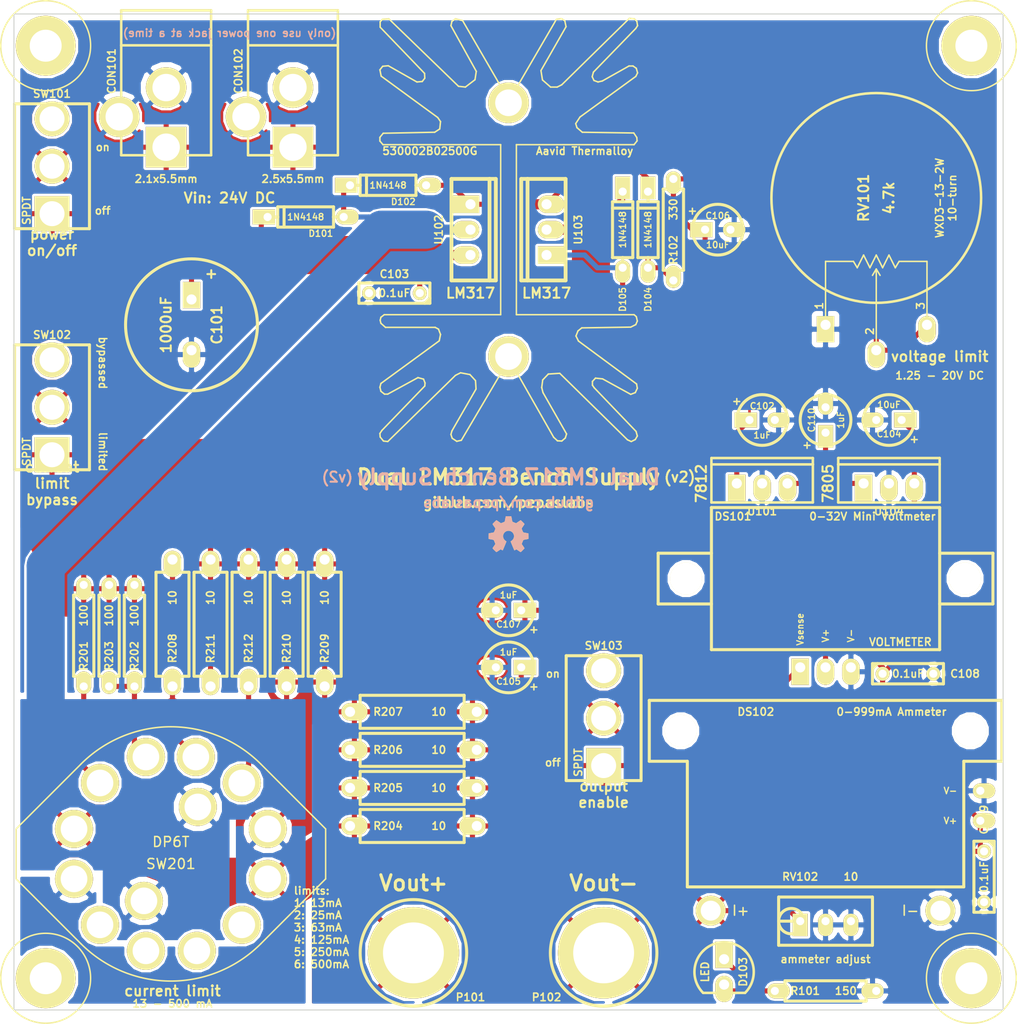
<source format=kicad_pcb>
(kicad_pcb (version 20171130) (host pcbnew "(5.1.12)-1")
  (layers (0 F.Cu signal) (31 B.Cu signal) (34 B.Paste user) (35 F.Paste user) (36 B.SilkS user) (37 F.SilkS user) (38 B.Mask user) (39 F.Mask user) (44 Edge.Cuts user))
  (net 0 "")
  (net 1 /current_limit_r/R_LIM+)
  (net 2 /current_limit_r/R_LIM-)
  (net 3 12V)
  (net 4 5V)
  (net 5 GND)
  (net 6 N-0000010)
  (net 7 N-0000014)
  (net 8 N-0000015)
  (net 9 N-0000017)
  (net 10 N-0000018)
  (net 11 N-0000020)
  (net 12 N-0000021)
  (net 13 N-0000022)
  (net 14 N-0000023)
  (net 15 N-0000024)
  (net 16 N-0000029)
  (net 17 N-0000030)
  (net 18 N-000006)
  (net 19 N-000007)
  (module TO-220_V_069B (layer F.Cu) (at 189.865 139.065 90)
    (fp_text reference U103 (at 2.54 3.175 90) (layer F.SilkS) (effects (font (size 0.762 0.762) (thickness 0.1524))))
    (fp_text value LM317 (at -3.81 0 180) (layer F.SilkS) (effects (font (size 1.016 1.016) (thickness 0.2032))))
    (pad 1 thru_hole rect (at 0 0 180) (size 2.6289 1.7526) (drill 1.016 (offset -0.43815 0)) (layers *.Cu *.Mask F.SilkS) (net 19 N-000007))
    (pad 2 thru_hole oval (at 2.54 0 180) (size 2.6289 1.7526) (drill 1.016 (offset -0.43815 0)) (layers *.Cu *.Mask F.SilkS) (net 18 N-000006))
    (pad 3 thru_hole oval (at 5.08 0 180) (size 2.6289 1.7526) (drill 1.016 (offset -0.43815 0)) (layers *.Cu *.Mask F.SilkS) (net 2 /current_limit_r/R_LIM-))
  )
  (module TO-220_V_069B (layer F.Cu) (at 182.245 133.985 270)
    (fp_text reference U102 (at 2.54 3.175 270) (layer F.SilkS) (effects (font (size 0.762 0.762) (thickness 0.1524))))
    (fp_text value LM317 (at 8.89 0) (layer F.SilkS) (effects (font (size 1.016 1.016) (thickness 0.2032))))
    (pad 1 thru_hole rect (at 0 0) (size 2.6289 1.7526) (drill 1.016 (offset -0.43815 0)) (layers *.Cu *.Mask F.SilkS) (net 2 /current_limit_r/R_LIM-))
    (pad 2 thru_hole oval (at 2.54 0) (size 2.6289 1.7526) (drill 1.016 (offset -0.43815 0)) (layers *.Cu *.Mask F.SilkS) (net 1 /current_limit_r/R_LIM+))
    (pad 3 thru_hole oval (at 5.08 0) (size 2.6289 1.7526) (drill 1.016 (offset -0.43815 0)) (layers *.Cu *.Mask F.SilkS) (net 10 N-0000018))
  )
  (module R_AXIAL_0W25 (layer F.Cu) (at 212.725 212.725)
    (fp_text reference R101 (at 3.048 0) (layer F.SilkS) (effects (font (size 0.762 0.762) (thickness 0.1524))))
    (fp_text value 150 (at 7.112 0) (layer F.SilkS) (effects (font (size 0.762 0.762) (thickness 0.1524))))
    (pad 1 thru_hole oval (at 0 0) (size 2.2479 1.4986) (drill 0.8128 (offset 0.37465 0)) (layers *.Cu *.Mask F.SilkS) (net 8 N-0000015))
    (pad 2 thru_hole oval (at 10.16 0) (size 2.2479 1.4986) (drill 0.8128 (offset -0.37465 0)) (layers *.Cu *.Mask F.SilkS) (net 5 GND))
  )
  (module R_AXIAL_0W25 (layer F.Cu) (at 202.565 141.605 90)
    (fp_text reference R102 (at 3.048 0 90) (layer F.SilkS) (effects (font (size 0.762 0.762) (thickness 0.1524))))
    (fp_text value 330 (at 7.112 0 90) (layer F.SilkS) (effects (font (size 0.762 0.762) (thickness 0.1524))))
    (pad 1 thru_hole oval (at 0 0 90) (size 2.2479 1.4986) (drill 0.8128 (offset 0.37465 0)) (layers *.Cu *.Mask F.SilkS) (net 18 N-000006))
    (pad 2 thru_hole oval (at 10.16 0 90) (size 2.2479 1.4986) (drill 0.8128 (offset -0.37465 0)) (layers *.Cu *.Mask F.SilkS) (net 19 N-000007))
  )
  (module R_AXIAL_0W5 (layer F.Cu) (at 152.4 182.245 90)
    (fp_text reference R208 (at 3.81 0 90) (layer F.SilkS) (effects (font (size 0.762 0.762) (thickness 0.1524))))
    (fp_text value 10 (at 8.89 0 90) (layer F.SilkS) (effects (font (size 0.762 0.762) (thickness 0.1524))))
    (pad 1 thru_hole oval (at 0 0 90) (size 2.6289 1.7526) (drill 1.016 (offset 0.43815 0)) (layers *.Cu *.Mask F.SilkS) (net 15 N-0000024))
    (pad 2 thru_hole oval (at 12.7 0 90) (size 2.6289 1.7526) (drill 1.016 (offset -0.43815 0)) (layers *.Cu *.Mask F.SilkS) (net 13 N-0000022))
  )
  (module R_AXIAL_0W5 (layer F.Cu) (at 156.21 182.245 90)
    (fp_text reference R211 (at 3.81 0 90) (layer F.SilkS) (effects (font (size 0.762 0.762) (thickness 0.1524))))
    (fp_text value 10 (at 8.89 0 90) (layer F.SilkS) (effects (font (size 0.762 0.762) (thickness 0.1524))))
    (pad 1 thru_hole oval (at 0 0 90) (size 2.6289 1.7526) (drill 1.016 (offset 0.43815 0)) (layers *.Cu *.Mask F.SilkS) (net 13 N-0000022))
    (pad 2 thru_hole oval (at 12.7 0 90) (size 2.6289 1.7526) (drill 1.016 (offset -0.43815 0)) (layers *.Cu *.Mask F.SilkS) (net 2 /current_limit_r/R_LIM-))
  )
  (module R_AXIAL_0W5 (layer F.Cu) (at 160.02 182.245 90)
    (fp_text reference R212 (at 3.81 0 90) (layer F.SilkS) (effects (font (size 0.762 0.762) (thickness 0.1524))))
    (fp_text value 10 (at 8.89 0 90) (layer F.SilkS) (effects (font (size 0.762 0.762) (thickness 0.1524))))
    (pad 1 thru_hole oval (at 0 0 90) (size 2.6289 1.7526) (drill 1.016 (offset 0.43815 0)) (layers *.Cu *.Mask F.SilkS) (net 14 N-0000023))
    (pad 2 thru_hole oval (at 12.7 0 90) (size 2.6289 1.7526) (drill 1.016 (offset -0.43815 0)) (layers *.Cu *.Mask F.SilkS) (net 2 /current_limit_r/R_LIM-))
  )
  (module R_AXIAL_0W5 (layer F.Cu) (at 167.64 182.245 90)
    (fp_text reference R209 (at 3.81 0 90) (layer F.SilkS) (effects (font (size 0.762 0.762) (thickness 0.1524))))
    (fp_text value 10 (at 8.89 0 90) (layer F.SilkS) (effects (font (size 0.762 0.762) (thickness 0.1524))))
    (pad 1 thru_hole oval (at 0 0 90) (size 2.6289 1.7526) (drill 1.016 (offset 0.43815 0)) (layers *.Cu *.Mask F.SilkS) (net 11 N-0000020))
    (pad 2 thru_hole oval (at 12.7 0 90) (size 2.6289 1.7526) (drill 1.016 (offset -0.43815 0)) (layers *.Cu *.Mask F.SilkS) (net 2 /current_limit_r/R_LIM-))
  )
  (module R_AXIAL_0W5 (layer F.Cu) (at 163.83 182.245 90)
    (fp_text reference R210 (at 3.81 0 90) (layer F.SilkS) (effects (font (size 0.762 0.762) (thickness 0.1524))))
    (fp_text value 10 (at 8.89 0 90) (layer F.SilkS) (effects (font (size 0.762 0.762) (thickness 0.1524))))
    (pad 1 thru_hole oval (at 0 0 90) (size 2.6289 1.7526) (drill 1.016 (offset 0.43815 0)) (layers *.Cu *.Mask F.SilkS) (net 11 N-0000020))
    (pad 2 thru_hole oval (at 12.7 0 90) (size 2.6289 1.7526) (drill 1.016 (offset -0.43815 0)) (layers *.Cu *.Mask F.SilkS) (net 2 /current_limit_r/R_LIM-))
  )
  (module R_AXIAL_0W5 (layer F.Cu) (at 170.18 196.215)
    (fp_text reference R204 (at 3.81 0) (layer F.SilkS) (effects (font (size 0.762 0.762) (thickness 0.1524))))
    (fp_text value 10 (at 8.89 0) (layer F.SilkS) (effects (font (size 0.762 0.762) (thickness 0.1524))))
    (pad 1 thru_hole oval (at 0 0) (size 2.6289 1.7526) (drill 1.016 (offset 0.43815 0)) (layers *.Cu *.Mask F.SilkS) (net 12 N-0000021))
    (pad 2 thru_hole oval (at 12.7 0) (size 2.6289 1.7526) (drill 1.016 (offset -0.43815 0)) (layers *.Cu *.Mask F.SilkS) (net 2 /current_limit_r/R_LIM-))
  )
  (module R_AXIAL_0W5 (layer F.Cu) (at 170.18 192.405)
    (fp_text reference R205 (at 3.81 0) (layer F.SilkS) (effects (font (size 0.762 0.762) (thickness 0.1524))))
    (fp_text value 10 (at 8.89 0) (layer F.SilkS) (effects (font (size 0.762 0.762) (thickness 0.1524))))
    (pad 1 thru_hole oval (at 0 0) (size 2.6289 1.7526) (drill 1.016 (offset 0.43815 0)) (layers *.Cu *.Mask F.SilkS) (net 12 N-0000021))
    (pad 2 thru_hole oval (at 12.7 0) (size 2.6289 1.7526) (drill 1.016 (offset -0.43815 0)) (layers *.Cu *.Mask F.SilkS) (net 2 /current_limit_r/R_LIM-))
  )
  (module R_AXIAL_0W5 (layer F.Cu) (at 170.18 188.595)
    (fp_text reference R206 (at 3.81 0) (layer F.SilkS) (effects (font (size 0.762 0.762) (thickness 0.1524))))
    (fp_text value 10 (at 8.89 0) (layer F.SilkS) (effects (font (size 0.762 0.762) (thickness 0.1524))))
    (pad 1 thru_hole oval (at 0 0) (size 2.6289 1.7526) (drill 1.016 (offset 0.43815 0)) (layers *.Cu *.Mask F.SilkS) (net 12 N-0000021))
    (pad 2 thru_hole oval (at 12.7 0) (size 2.6289 1.7526) (drill 1.016 (offset -0.43815 0)) (layers *.Cu *.Mask F.SilkS) (net 2 /current_limit_r/R_LIM-))
  )
  (module R_AXIAL_0W5 (layer F.Cu) (at 170.18 184.785)
    (fp_text reference R207 (at 3.81 0) (layer F.SilkS) (effects (font (size 0.762 0.762) (thickness 0.1524))))
    (fp_text value 10 (at 8.89 0) (layer F.SilkS) (effects (font (size 0.762 0.762) (thickness 0.1524))))
    (pad 1 thru_hole oval (at 0 0) (size 2.6289 1.7526) (drill 1.016 (offset 0.43815 0)) (layers *.Cu *.Mask F.SilkS) (net 12 N-0000021))
    (pad 2 thru_hole oval (at 12.7 0) (size 2.6289 1.7526) (drill 1.016 (offset -0.43815 0)) (layers *.Cu *.Mask F.SilkS) (net 2 /current_limit_r/R_LIM-))
  )
  (module R_AXIAL_0W25 (layer F.Cu) (at 143.51 182.245 90)
    (fp_text reference R201 (at 3.048 0 90) (layer F.SilkS) (effects (font (size 0.762 0.762) (thickness 0.1524))))
    (fp_text value 100 (at 7.112 0 90) (layer F.SilkS) (effects (font (size 0.762 0.762) (thickness 0.1524))))
    (pad 1 thru_hole oval (at 0 0 90) (size 2.2479 1.4986) (drill 0.8128 (offset 0.37465 0)) (layers *.Cu *.Mask F.SilkS) (net 16 N-0000029))
    (pad 2 thru_hole oval (at 10.16 0 90) (size 2.2479 1.4986) (drill 0.8128 (offset -0.37465 0)) (layers *.Cu *.Mask F.SilkS) (net 2 /current_limit_r/R_LIM-))
  )
  (module R_AXIAL_0W25 (layer F.Cu) (at 148.59 182.245 90)
    (fp_text reference R202 (at 3.048 0 90) (layer F.SilkS) (effects (font (size 0.762 0.762) (thickness 0.1524))))
    (fp_text value 100 (at 7.112 0 90) (layer F.SilkS) (effects (font (size 0.762 0.762) (thickness 0.1524))))
    (pad 1 thru_hole oval (at 0 0 90) (size 2.2479 1.4986) (drill 0.8128 (offset 0.37465 0)) (layers *.Cu *.Mask F.SilkS) (net 17 N-0000030))
    (pad 2 thru_hole oval (at 10.16 0 90) (size 2.2479 1.4986) (drill 0.8128 (offset -0.37465 0)) (layers *.Cu *.Mask F.SilkS) (net 2 /current_limit_r/R_LIM-))
  )
  (module R_AXIAL_0W25 (layer F.Cu) (at 146.05 182.245 90)
    (fp_text reference R203 (at 3.048 0 90) (layer F.SilkS) (effects (font (size 0.762 0.762) (thickness 0.1524))))
    (fp_text value 100 (at 7.112 0 90) (layer F.SilkS) (effects (font (size 0.762 0.762) (thickness 0.1524))))
    (pad 1 thru_hole oval (at 0 0 90) (size 2.2479 1.4986) (drill 0.8128 (offset 0.37465 0)) (layers *.Cu *.Mask F.SilkS) (net 17 N-0000030))
    (pad 2 thru_hole oval (at 10.16 0 90) (size 2.2479 1.4986) (drill 0.8128 (offset -0.37465 0)) (layers *.Cu *.Mask F.SilkS) (net 2 /current_limit_r/R_LIM-))
  )
  (module hole_M3 (layer F.Cu) (at 139.7 211.455)
    (fp_text reference H101 hide)
    (fp_text value HOLE hide)
    (pad 1 thru_hole circle (at 0 0) (size 6 6) (drill 3.2) (layers *.Cu *.Mask F.SilkS))
  )
  (module hole_M3 (layer F.Cu) (at 139.7 118.11)
    (fp_text reference H102 hide)
    (fp_text value HOLE hide)
    (pad 1 thru_hole circle (at 0 0) (size 6 6) (drill 3.2) (layers *.Cu *.Mask F.SilkS))
  )
  (module hole_M3 (layer F.Cu) (at 232.41 118.11)
    (fp_text reference H103 hide)
    (fp_text value HOLE hide)
    (pad 1 thru_hole circle (at 0 0) (size 6 6) (drill 3.2) (layers *.Cu *.Mask F.SilkS))
  )
  (module hole_M3 (layer F.Cu) (at 232.41 211.455)
    (fp_text reference H104 hide)
    (fp_text value HOLE hide)
    (pad 1 thru_hole circle (at 0 0) (size 6 6) (drill 3.2) (layers *.Cu *.Mask F.SilkS))
  )
  (module C2 (layer F.Cu) (at 174.625 142.875 180)
    (fp_text reference C103 (at 0 1.905 180) (layer F.SilkS) (effects (font (size 0.762 0.762) (thickness 0.1524))))
    (fp_text value 0.1uF (at 0 0 180) (layer F.SilkS) (effects (font (size 0.762 0.762) (thickness 0.1524))))
    (pad 1 thru_hole circle (at -2.54 0 180) (size 1.397 1.397) (drill 0.8128) (layers *.Cu *.Mask F.SilkS) (net 10 N-0000018))
    (pad 2 thru_hole circle (at 2.54 0 180) (size 1.397 1.397) (drill 0.8128) (layers *.Cu *.Mask F.SilkS) (net 5 GND))
  )
  (module ELCAP_20_52_V (layer F.Cu) (at 154.305 143.51 270)
    (fp_text reference C101 (at 2.54 -2.54 270) (layer F.SilkS) (effects (font (size 1.016 1.016) (thickness 0.2032))))
    (fp_text value 1000uF (at 2.54 2.54 270) (layer F.SilkS) (effects (font (size 1.016 1.016) (thickness 0.2032))))
    (fp_text user + (at -2.54 -1.905 270) (layer F.SilkS) (effects (font (size 1.016 1.016) (thickness 0.2032))))
    (pad 1 thru_hole rect (at 0 0 270) (size 2.6289 1.7526) (drill 1.016 (offset -0.43815 0)) (layers *.Cu *.Mask F.SilkS) (net 10 N-0000018))
    (pad 2 thru_hole oval (at 5.08 0 270) (size 2.6289 1.7526) (drill 1.016 (offset 0.43815 0)) (layers *.Cu *.Mask F.SilkS) (net 5 GND))
  )
  (module ELCAP_10_20_V (layer F.Cu) (at 187.325 180.34 180)
    (fp_text reference C105 (at 1.27 -1.397 180) (layer F.SilkS) (effects (font (size 0.635 0.635) (thickness 0.127))))
    (fp_text value 1uF (at 1.27 1.524 180) (layer F.SilkS) (effects (font (size 0.635 0.635) (thickness 0.127))))
    (fp_text user + (at -1.27 -1.905 180) (layer F.SilkS) (effects (font (size 0.762 0.762) (thickness 0.1524))))
    (pad 1 thru_hole rect (at 0 0 180) (size 2.2479 1.4986) (drill 0.8128 (offset -0.37465 0)) (layers *.Cu *.Mask F.SilkS) (net 2 /current_limit_r/R_LIM-))
    (pad 2 thru_hole oval (at 2.54 0 180) (size 2.2479 1.4986) (drill 0.8128 (offset 0.37465 0)) (layers *.Cu *.Mask F.SilkS) (net 5 GND))
  )
  (module ELCAP_10_20_V (layer F.Cu) (at 205.74 136.525)
    (fp_text reference C106 (at 1.27 -1.397) (layer F.SilkS) (effects (font (size 0.635 0.635) (thickness 0.127))))
    (fp_text value 10uF (at 1.27 1.524) (layer F.SilkS) (effects (font (size 0.635 0.635) (thickness 0.127))))
    (fp_text user + (at -1.27 -1.905) (layer F.SilkS) (effects (font (size 0.762 0.762) (thickness 0.1524))))
    (pad 1 thru_hole rect (at 0 0) (size 2.2479 1.4986) (drill 0.8128 (offset -0.37465 0)) (layers *.Cu *.Mask F.SilkS) (net 19 N-000007))
    (pad 2 thru_hole oval (at 2.54 0) (size 2.2479 1.4986) (drill 0.8128 (offset 0.37465 0)) (layers *.Cu *.Mask F.SilkS) (net 5 GND))
  )
  (module ELCAP_10_20_V (layer F.Cu) (at 187.325 174.625 180)
    (fp_text reference C107 (at 1.27 -1.397 180) (layer F.SilkS) (effects (font (size 0.635 0.635) (thickness 0.127))))
    (fp_text value 1uF (at 1.27 1.524 180) (layer F.SilkS) (effects (font (size 0.635 0.635) (thickness 0.127))))
    (fp_text user + (at -1.27 -1.905 180) (layer F.SilkS) (effects (font (size 0.762 0.762) (thickness 0.1524))))
    (pad 1 thru_hole rect (at 0 0 180) (size 2.2479 1.4986) (drill 0.8128 (offset -0.37465 0)) (layers *.Cu *.Mask F.SilkS) (net 18 N-000006))
    (pad 2 thru_hole oval (at 2.54 0 180) (size 2.2479 1.4986) (drill 0.8128 (offset 0.37465 0)) (layers *.Cu *.Mask F.SilkS) (net 5 GND))
  )
  (module 530002B02500G (layer F.Cu) (at 186.055 149.225 90)
    (fp_text reference H*** hide)
    (fp_text value 530002B02500G (at 20.574 -7.874 180) (layer F.SilkS) (effects (font (size 0.762 0.762) (thickness 0.1524))))
    (fp_text user "Aavid Thermalloy" (at 20.574 7.62 180) (layer F.SilkS) (effects (font (size 0.762 0.762) (thickness 0.1524))))
    (pad 1 thru_hole circle (at 0 0 90) (size 4.064 4.064) (drill 2.667) (layers *.Cu *.Mask F.SilkS))
    (pad 2 thru_hole circle (at 25.4 0 90) (size 4.064 4.064) (drill 2.667) (layers *.Cu *.Mask F.SilkS))
  )
  (module M2012SS1W01 (layer F.Cu) (at 140.335 130.175)
    (fp_text reference SW101 (at 0 -7.25) (layer F.SilkS) (effects (font (size 0.762 0.762) (thickness 0.1524))))
    (fp_text value SPDT (at -2.54 4.445 90) (layer F.SilkS) (effects (font (size 0.762 0.762) (thickness 0.1524))))
    (pad 1 thru_hole rect (at 0 4.75) (size 3.5 3.5) (drill 2.5) (layers *.Cu *.Mask F.SilkS) (net 10 N-0000018))
    (pad 2 thru_hole circle (at 0 0) (size 3.5 3.5) (drill 2.5) (layers *.Cu *.Mask F.SilkS) (net 9 N-0000017))
    (pad 3 thru_hole circle (at 0 -4.75) (size 3.5 3.5) (drill 2.5) (layers *.Cu *.Mask F.SilkS))
  )
  (module M2012SS1W01 (layer F.Cu) (at 140.335 154.305)
    (fp_text reference SW102 (at 0 -7.25) (layer F.SilkS) (effects (font (size 0.762 0.762) (thickness 0.1524))))
    (fp_text value SPDT (at -2.54 4.445 90) (layer F.SilkS) (effects (font (size 0.762 0.762) (thickness 0.1524))))
    (pad 1 thru_hole rect (at 0 4.75) (size 3.5 3.5) (drill 2.5) (layers *.Cu *.Mask F.SilkS) (net 2 /current_limit_r/R_LIM-))
    (pad 2 thru_hole circle (at 0 0) (size 3.5 3.5) (drill 2.5) (layers *.Cu *.Mask F.SilkS) (net 10 N-0000018))
    (pad 3 thru_hole circle (at 0 -4.75) (size 3.5 3.5) (drill 2.5) (layers *.Cu *.Mask F.SilkS))
  )
  (module M2012SS1W01 (layer F.Cu) (at 195.58 185.42)
    (fp_text reference SW103 (at 0 -7.25) (layer F.SilkS) (effects (font (size 0.762 0.762) (thickness 0.1524))))
    (fp_text value SPDT (at -2.54 4.445 90) (layer F.SilkS) (effects (font (size 0.762 0.762) (thickness 0.1524))))
    (pad 1 thru_hole rect (at 0 4.75) (size 3.5 3.5) (drill 2.5) (layers *.Cu *.Mask F.SilkS) (net 6 N-0000010))
    (pad 2 thru_hole circle (at 0 0) (size 3.5 3.5) (drill 2.5) (layers *.Cu *.Mask F.SilkS) (net 18 N-000006))
    (pad 3 thru_hole circle (at 0 -4.75) (size 3.5 3.5) (drill 2.5) (layers *.Cu *.Mask F.SilkS))
  )
  (module LED_5MM (layer F.Cu) (at 207.645 209.55 270)
    (fp_text reference D103 (at 1.27 -1.905 270) (layer F.SilkS) (effects (font (size 0.762 0.762) (thickness 0.1524))))
    (fp_text value LED (at 1.27 1.905 270) (layer F.SilkS) (effects (font (size 0.762 0.762) (thickness 0.1524))))
    (pad 1 thru_hole rect (at 0 0 270) (size 2.6289 1.7526) (drill 1.016 (offset -0.43815 0)) (layers *.Cu *.Mask F.SilkS) (net 4 5V))
    (pad 2 thru_hole oval (at 2.54 0 270) (size 2.6289 1.7526) (drill 1.016 (offset 0.43815 0)) (layers *.Cu *.Mask F.SilkS) (net 8 N-0000015))
  )
  (module G3SR022-R (layer F.Cu) (at 154.94 194.31)
    (fp_text reference SW201 (at -2.7 5.7) (layer F.SilkS))
    (fp_text value DP6T (at -2.7 3.5) (layer F.SilkS))
    (pad 13 thru_hole circle (at -12.4 7.2) (size 3.81 3.81) (drill 2.667) (layers *.Cu *.Mask F.SilkS) (net 11 N-0000020))
    (pad 11 thru_hole circle (at -5.2 14.4) (size 3.81 3.81) (drill 2.667) (layers *.Cu *.Mask F.SilkS))
    (pad 12 thru_hole circle (at -9.8 11.8) (size 3.81 3.81) (drill 2.667) (layers *.Cu *.Mask F.SilkS))
    (pad 10 thru_hole circle (at -0.1 14.4) (size 3.81 3.81) (drill 2.667) (layers *.Cu *.Mask F.SilkS))
    (pad 4 thru_hole circle (at -0.2 -5) (size 3.81 3.81) (drill 2.667) (layers *.Cu *.Mask F.SilkS) (net 15 N-0000024))
    (pad 3 thru_hole circle (at -5.2 -5) (size 3.81 3.81) (drill 2.667) (layers *.Cu *.Mask F.SilkS) (net 17 N-0000030))
    (pad 14 thru_hole circle (at -12.4 2.2) (size 3.81 3.81) (drill 2.667) (layers *.Cu *.Mask F.SilkS) (net 12 N-0000021))
    (pad 6 thru_hole circle (at 7 2.2) (size 3.81 3.81) (drill 2.667) (layers *.Cu *.Mask F.SilkS) (net 11 N-0000020))
    (pad 7 thru_hole circle (at 7 7.2) (size 3.81 3.81) (drill 2.667) (layers *.Cu *.Mask F.SilkS) (net 12 N-0000021))
    (pad 2 thru_hole circle (at -9.8 -2.4) (size 3.81 3.81) (drill 2.667) (layers *.Cu *.Mask F.SilkS) (net 16 N-0000029))
    (pad 5 thru_hole circle (at 4.4 -2.4) (size 3.81 3.81) (drill 2.667) (layers *.Cu *.Mask F.SilkS) (net 14 N-0000023))
    (pad 9 thru_hole circle (at 4.4 11.8) (size 3.81 3.81) (drill 2.667) (layers *.Cu *.Mask F.SilkS))
    (pad 1 thru_hole circle (at 0 0) (size 3.81 3.81) (drill 2.667) (layers *.Cu *.Mask F.SilkS) (net 1 /current_limit_r/R_LIM+))
    (pad 8 thru_hole circle (at -5.4 9.4) (size 3.81 3.81) (drill 2.667) (layers *.Cu *.Mask F.SilkS) (net 1 /current_limit_r/R_LIM+))
  )
  (module Banana_A (layer F.Cu) (at 176.53 208.915)
    (fp_text reference P101 (at 5.715 4.445) (layer F.SilkS) (effects (font (size 0.762 0.762) (thickness 0.1524))))
    (fp_text value Vout+ (at 0 -6.985) (layer F.SilkS) (effects (font (size 1.524 1.524) (thickness 0.3048))))
    (pad 1 thru_hole circle (at 0 0) (size 9.144 9.144) (drill 6.096) (layers *.Cu *.Mask F.SilkS) (net 6 N-0000010))
  )
  (module Banana_A (layer F.Cu) (at 195.58 208.915)
    (fp_text reference P102 (at -5.715 4.445) (layer F.SilkS) (effects (font (size 0.762 0.762) (thickness 0.1524))))
    (fp_text value Vout- (at 0 -6.985) (layer F.SilkS) (effects (font (size 1.524 1.524) (thickness 0.3048))))
    (pad 1 thru_hole circle (at 0 0) (size 9.144 9.144) (drill 6.096) (layers *.Cu *.Mask F.SilkS) (net 7 N-0000014))
  )
  (module DIODE_3 (layer F.Cu) (at 197.485 140.335 90)
    (fp_text reference D105 (at -3.175 0 90) (layer F.SilkS) (effects (font (size 0.635 0.635) (thickness 0.127))))
    (fp_text value 1N4148 (at 3.81 0 90) (layer F.SilkS) (effects (font (size 0.635 0.635) (thickness 0.127))))
    (pad 2 thru_hole rect (at 7.62 0 90) (size 2.2479 1.4986) (drill 0.8128 (offset 0.37465 0)) (layers *.Cu *.Mask F.SilkS) (net 18 N-000006))
    (pad 1 thru_hole oval (at 0 0 90) (size 2.2479 1.4986) (drill 0.8128 (offset -0.37465 0)) (layers *.Cu *.Mask F.SilkS) (net 19 N-000007))
  )
  (module DIODE_3 (layer F.Cu) (at 200.025 140.335 90)
    (fp_text reference D104 (at -3.175 0 90) (layer F.SilkS) (effects (font (size 0.635 0.635) (thickness 0.127))))
    (fp_text value 1N4148 (at 3.81 0 90) (layer F.SilkS) (effects (font (size 0.635 0.635) (thickness 0.127))))
    (pad 2 thru_hole rect (at 7.62 0 90) (size 2.2479 1.4986) (drill 0.8128 (offset 0.37465 0)) (layers *.Cu *.Mask F.SilkS) (net 2 /current_limit_r/R_LIM-))
    (pad 1 thru_hole oval (at 0 0 90) (size 2.2479 1.4986) (drill 0.8128 (offset -0.37465 0)) (layers *.Cu *.Mask F.SilkS) (net 18 N-000006))
  )
  (module DIODE_3 (layer F.Cu) (at 169.545 135.255 180)
    (fp_text reference D101 (at 2.286 -1.651 180) (layer F.SilkS) (effects (font (size 0.635 0.635) (thickness 0.127))))
    (fp_text value 1N4148 (at 3.81 0 180) (layer F.SilkS) (effects (font (size 0.635 0.635) (thickness 0.127))))
    (pad 2 thru_hole rect (at 7.62 0 180) (size 2.2479 1.4986) (drill 0.8128 (offset 0.37465 0)) (layers *.Cu *.Mask F.SilkS) (net 10 N-0000018))
    (pad 1 thru_hole oval (at 0 0 180) (size 2.2479 1.4986) (drill 0.8128 (offset -0.37465 0)) (layers *.Cu *.Mask F.SilkS) (net 1 /current_limit_r/R_LIM+))
  )
  (module DIODE_3 (layer F.Cu) (at 177.8 132.08 180)
    (fp_text reference D102 (at 2.286 -1.651 180) (layer F.SilkS) (effects (font (size 0.635 0.635) (thickness 0.127))))
    (fp_text value 1N4148 (at 3.81 0 180) (layer F.SilkS) (effects (font (size 0.635 0.635) (thickness 0.127))))
    (pad 2 thru_hole rect (at 7.62 0 180) (size 2.2479 1.4986) (drill 0.8128 (offset 0.37465 0)) (layers *.Cu *.Mask F.SilkS) (net 1 /current_limit_r/R_LIM+))
    (pad 1 thru_hole oval (at 0 0 180) (size 2.2479 1.4986) (drill 0.8128 (offset -0.37465 0)) (layers *.Cu *.Mask F.SilkS) (net 2 /current_limit_r/R_LIM-))
  )
  (module C2 (layer F.Cu) (at 233.68 201.295 270)
    (fp_text reference C109 (at -5.715 0 270) (layer F.SilkS) (effects (font (size 0.762 0.762) (thickness 0.1524))))
    (fp_text value 0.1uF (at 0 0 270) (layer F.SilkS) (effects (font (size 0.762 0.762) (thickness 0.1524))))
    (pad 1 thru_hole circle (at -2.54 0 270) (size 1.397 1.397) (drill 0.8128) (layers *.Cu *.Mask F.SilkS) (net 4 5V))
    (pad 2 thru_hole circle (at 2.54 0 270) (size 1.397 1.397) (drill 0.8128) (layers *.Cu *.Mask F.SilkS) (net 5 GND))
  )
  (module C2 (layer F.Cu) (at 226.06 180.975)
    (fp_text reference C108 (at 5.715 0) (layer F.SilkS) (effects (font (size 0.762 0.762) (thickness 0.1524))))
    (fp_text value 0.1uF (at 0 0) (layer F.SilkS) (effects (font (size 0.762 0.762) (thickness 0.1524))))
    (pad 1 thru_hole circle (at -2.54 0) (size 1.397 1.397) (drill 0.8128) (layers *.Cu *.Mask F.SilkS) (net 4 5V))
    (pad 2 thru_hole circle (at 2.54 0) (size 1.397 1.397) (drill 0.8128) (layers *.Cu *.Mask F.SilkS) (net 5 GND))
  )
  (module 3296W (layer F.Cu) (at 217.805 205.74)
    (fp_text reference RV102 (at -2.54 -4.445) (layer F.SilkS) (effects (font (size 0.762 0.762) (thickness 0.1524))))
    (fp_text value 10 (at 2.54 -4.445) (layer F.SilkS) (effects (font (size 0.762 0.762) (thickness 0.1524))))
    (pad 2 thru_hole oval (at 0 0) (size 1.4986 2.2479) (drill 0.8128 (offset 0 0.37465)) (layers *.Cu *.Mask F.SilkS) (net 5 GND))
    (pad 3 thru_hole oval (at 2.54 0) (size 1.4986 2.2479) (drill 0.8128 (offset 0 0.37465)) (layers *.Cu *.Mask F.SilkS) (net 5 GND))
    (pad 1 thru_hole rect (at -2.54 0) (size 1.4986 2.2479) (drill 0.8128 (offset 0 0.37465)) (layers *.Cu *.Mask F.SilkS) (net 7 N-0000014))
  )
  (module OSHW-logo_silkscreen-front_4mm (layer F.Cu) (at 186.055 167.005)
    (fp_text reference G*** hide)
    (fp_text value OSHW-logo_silkscreen-front_4mm hide)
  )
  (module OSHW-logo_silkscreen-back_4mm (layer F.Cu) (at 186.055 167.005)
    (fp_text reference G*** hide)
    (fp_text value OSHW-logo_silkscreen-back_4mm hide)
  )
  (module TO-220_V_069B (layer F.Cu) (at 208.915 161.925)
    (fp_text reference U101 (at 2.54 2.794) (layer F.SilkS) (effects (font (size 0.762 0.762) (thickness 0.1524))))
    (fp_text value 7812 (at -3.556 0 90) (layer F.SilkS) (effects (font (size 1.016 1.016) (thickness 0.2032))))
    (pad 1 thru_hole rect (at 0 0 90) (size 2.6289 1.7526) (drill 1.016 (offset -0.43815 0)) (layers *.Cu *.Mask F.SilkS) (net 10 N-0000018))
    (pad 2 thru_hole oval (at 2.54 0 90) (size 2.6289 1.7526) (drill 1.016 (offset -0.43815 0)) (layers *.Cu *.Mask F.SilkS) (net 5 GND))
    (pad 3 thru_hole oval (at 5.08 0 90) (size 2.6289 1.7526) (drill 1.016 (offset -0.43815 0)) (layers *.Cu *.Mask F.SilkS) (net 3 12V))
  )
  (module TO-220_V_069B (layer F.Cu) (at 221.615 161.925)
    (fp_text reference U104 (at 2.54 2.794) (layer F.SilkS) (effects (font (size 0.762 0.762) (thickness 0.1524))))
    (fp_text value 7805 (at -3.556 0 90) (layer F.SilkS) (effects (font (size 1.016 1.016) (thickness 0.2032))))
    (pad 1 thru_hole rect (at 0 0 90) (size 2.6289 1.7526) (drill 1.016 (offset -0.43815 0)) (layers *.Cu *.Mask F.SilkS) (net 3 12V))
    (pad 2 thru_hole oval (at 2.54 0 90) (size 2.6289 1.7526) (drill 1.016 (offset -0.43815 0)) (layers *.Cu *.Mask F.SilkS) (net 5 GND))
    (pad 3 thru_hole oval (at 5.08 0 90) (size 2.6289 1.7526) (drill 1.016 (offset -0.43815 0)) (layers *.Cu *.Mask F.SilkS) (net 4 5V))
  )
  (module ELCAP_10_20_V (layer F.Cu) (at 225.425 155.575 180)
    (fp_text reference C104 (at 1.27 -1.397 180) (layer F.SilkS) (effects (font (size 0.635 0.635) (thickness 0.127))))
    (fp_text value 10uF (at 1.27 1.524 180) (layer F.SilkS) (effects (font (size 0.635 0.635) (thickness 0.127))))
    (fp_text user + (at -1.27 -1.905 180) (layer F.SilkS) (effects (font (size 0.762 0.762) (thickness 0.1524))))
    (pad 1 thru_hole rect (at 0 0 180) (size 2.2479 1.4986) (drill 0.8128 (offset -0.37465 0)) (layers *.Cu *.Mask F.SilkS) (net 4 5V))
    (pad 2 thru_hole oval (at 2.54 0 180) (size 2.2479 1.4986) (drill 0.8128 (offset 0.37465 0)) (layers *.Cu *.Mask F.SilkS) (net 5 GND))
  )
  (module ELCAP_10_20_V (layer F.Cu) (at 210.185 155.575)
    (fp_text reference C102 (at 1.27 -1.397) (layer F.SilkS) (effects (font (size 0.635 0.635) (thickness 0.127))))
    (fp_text value 1uF (at 1.27 1.524) (layer F.SilkS) (effects (font (size 0.635 0.635) (thickness 0.127))))
    (fp_text user + (at -1.27 -1.905) (layer F.SilkS) (effects (font (size 0.762 0.762) (thickness 0.1524))))
    (pad 1 thru_hole rect (at 0 0) (size 2.2479 1.4986) (drill 0.8128 (offset -0.37465 0)) (layers *.Cu *.Mask F.SilkS) (net 10 N-0000018))
    (pad 2 thru_hole oval (at 2.54 0) (size 2.2479 1.4986) (drill 0.8128 (offset 0.37465 0)) (layers *.Cu *.Mask F.SilkS) (net 5 GND))
  )
  (module ELCAP_10_20_V (layer F.Cu) (at 217.805 156.845 90)
    (fp_text reference C110 (at 1.27 -1.397 90) (layer F.SilkS) (effects (font (size 0.635 0.635) (thickness 0.127))))
    (fp_text value 1uF (at 1.27 1.524 90) (layer F.SilkS) (effects (font (size 0.635 0.635) (thickness 0.127))))
    (fp_text user + (at -1.27 -1.905 90) (layer F.SilkS) (effects (font (size 0.762 0.762) (thickness 0.1524))))
    (pad 1 thru_hole rect (at 0 0 90) (size 2.2479 1.4986) (drill 0.8128 (offset -0.37465 0)) (layers *.Cu *.Mask F.SilkS) (net 3 12V))
    (pad 2 thru_hole oval (at 2.54 0 90) (size 2.2479 1.4986) (drill 0.8128 (offset 0.37465 0)) (layers *.Cu *.Mask F.SilkS) (net 5 GND))
  )
  (module WXD3-13-2W_A (layer F.Cu) (at 222.885 133.35 90)
    (fp_text reference RV101 (at 0 -1.27 90) (layer F.SilkS) (effects (font (size 1.016 1.016) (thickness 0.2032))))
    (fp_text value 4.7k (at 0 1.27 90) (layer F.SilkS) (effects (font (size 1.016 1.016) (thickness 0.2032))))
    (fp_text user 3 (at -10.795 4.445 90) (layer F.SilkS) (effects (font (size 0.762 0.762) (thickness 0.1524))))
    (fp_text user 2 (at -13.335 -0.635 90) (layer F.SilkS) (effects (font (size 0.762 0.762) (thickness 0.1524))))
    (fp_text user 1 (at -10.795 -5.715 90) (layer F.SilkS) (effects (font (size 0.762 0.762) (thickness 0.1524))))
    (fp_text user 10-turn (at 0 7.62 90) (layer F.SilkS) (effects (font (size 0.762 0.762) (thickness 0.1524))))
    (fp_text user WXD3-13-2W (at 0 6.35 90) (layer F.SilkS) (effects (font (size 0.762 0.762) (thickness 0.1524))))
    (pad 2 thru_hole oval (at -15.24 0 90) (size 2.6289 1.7526) (drill 1.016 (offset -0.43815 0)) (layers *.Cu *.Mask F.SilkS) (net 19 N-000007))
    (pad 1 thru_hole rect (at -12.7 -5.08 90) (size 2.6289 1.7526) (drill 1.016 (offset -0.43815 0)) (layers *.Cu *.Mask F.SilkS) (net 5 GND))
    (pad 3 thru_hole oval (at -12.7 5.08 90) (size 2.6289 1.7526) (drill 1.016 (offset -0.43815 0)) (layers *.Cu *.Mask F.SilkS) (net 19 N-000007))
  )
  (module EBAY_AMMETER (layer F.Cu) (at 217.805 186.69)
    (fp_text reference DS102 (at -6.985 -1.905) (layer F.SilkS) (effects (font (size 0.762 0.762) (thickness 0.1524))))
    (fp_text value AMMETER_V hide)
    (fp_text user I- (at 8.5 18) (layer F.SilkS))
    (fp_text user I+ (at -8.5 18) (layer F.SilkS))
    (fp_text user V- (at 12.5 6) (layer F.SilkS) (effects (font (size 0.635 0.635) (thickness 0.127))))
    (fp_text user V+ (at 12.5 9) (layer F.SilkS) (effects (font (size 0.635 0.635) (thickness 0.127))))
    (fp_text user "0-999mA Ammeter" (at 6.604 -1.905) (layer F.SilkS) (effects (font (size 0.762 0.762) (thickness 0.1524))))
    (pad "" np_thru_hole circle (at -14.5 0) (size 3.2 3.2) (drill 3.2) (layers *.Cu *.Mask F.SilkS))
    (pad "" np_thru_hole circle (at 14.5 0) (size 3.2 3.2) (drill 3.2) (layers *.Cu *.Mask F.SilkS))
    (pad 4 thru_hole oval (at 15.5 6) (size 2.2479 1.4986) (drill 0.8128 (offset 0.37465 0)) (layers *.Cu *.Mask F.SilkS) (net 5 GND))
    (pad 1 thru_hole circle (at -11.5 18) (size 3 3) (drill 2) (layers *.Cu *.Mask F.SilkS) (net 7 N-0000014))
    (pad 3 thru_hole oval (at 15.5 9) (size 2.2479 1.4986) (drill 0.8128 (offset 0.37465 0)) (layers *.Cu *.Mask F.SilkS) (net 4 5V))
    (pad 2 thru_hole circle (at 11.5 18) (size 3 3) (drill 2) (layers *.Cu *.Mask F.SilkS) (net 5 GND))
  )
  (module DVM036A (layer F.Cu) (at 217.805 171.45)
    (fp_text reference DS101 (at -9.271 -6.223) (layer F.SilkS) (effects (font (size 0.762 0.762) (thickness 0.1524))))
    (fp_text value VOLTMETER (at 7.493 6.35) (layer F.SilkS) (effects (font (size 0.762 0.762) (thickness 0.1524))))
    (fp_text user V- (at 2.54 5.715 90) (layer F.SilkS) (effects (font (size 0.635 0.635) (thickness 0.127))))
    (fp_text user V+ (at 0 5.715 90) (layer F.SilkS) (effects (font (size 0.635 0.635) (thickness 0.127))))
    (fp_text user Vsense (at -2.54 5.08 90) (layer F.SilkS) (effects (font (size 0.635 0.635) (thickness 0.127))))
    (fp_text user "0-32V Mini Voltmeter" (at 4.699 -6.223) (layer F.SilkS) (effects (font (size 0.762 0.762) (thickness 0.1524))))
    (pad "" np_thru_hole circle (at -13.97 0) (size 3.2 3.2) (drill 3.2) (layers *.Cu *.Mask F.SilkS))
    (pad "" np_thru_hole circle (at 13.97 0) (size 3.2 3.2) (drill 3.2) (layers *.Cu *.Mask F.SilkS))
    (pad 1 thru_hole rect (at -2.54 8.89) (size 1.7526 2.6289) (drill 1.016 (offset 0 0.43815)) (layers *.Cu *.Mask F.SilkS) (net 18 N-000006))
    (pad 2 thru_hole oval (at 0 8.89) (size 1.7526 2.6289) (drill 1.016 (offset 0 0.43815)) (layers *.Cu *.Mask F.SilkS) (net 4 5V))
    (pad 3 thru_hole oval (at 2.54 8.89) (size 1.7526 2.6289) (drill 1.016 (offset 0 0.43815)) (layers *.Cu *.Mask F.SilkS) (net 5 GND))
  )
  (module BARREL_JACK_25x55 (layer F.Cu) (at 164.465 128.27 270)
    (fp_text reference CON102 (at -7.62 5.461 270) (layer F.SilkS) (effects (font (size 0.762 0.762) (thickness 0.1524))))
    (fp_text value BARREL_JACK hide)
    (fp_text user 2.5x5.5mm (at 3.175 0) (layer F.SilkS) (effects (font (size 0.762 0.762) (thickness 0.1524))))
    (pad 1 thru_hole rect (at 0 0 270) (size 4.064 4.064) (drill 2.7432) (layers *.Cu *.Mask F.SilkS) (net 9 N-0000017))
    (pad 2 thru_hole circle (at -5.969 0 270) (size 4.064 4.064) (drill 2.7432) (layers *.Cu *.Mask F.SilkS) (net 5 GND))
    (pad 3 thru_hole circle (at -3.048 4.699 270) (size 4.064 4.064) (drill 2.7432) (layers *.Cu *.Mask F.SilkS) (net 5 GND))
  )
  (module BARREL_JACK_21x55 (layer F.Cu) (at 151.765 128.27 270)
    (fp_text reference CON101 (at -7.62 5.461 270) (layer F.SilkS) (effects (font (size 0.762 0.762) (thickness 0.1524))))
    (fp_text value BARREL_JACK hide)
    (fp_text user 2.1x5.5mm (at 3.175 0) (layer F.SilkS) (effects (font (size 0.762 0.762) (thickness 0.1524))))
    (pad 1 thru_hole rect (at 0 0 270) (size 4.064 4.064) (drill 2.7432) (layers *.Cu *.Mask F.SilkS) (net 9 N-0000017))
    (pad 2 thru_hole circle (at -5.969 0 270) (size 4.064 4.064) (drill 2.7432) (layers *.Cu *.Mask F.SilkS) (net 5 GND))
    (pad 3 thru_hole circle (at -3.048 4.699 270) (size 4.064 4.064) (drill 2.7432) (layers *.Cu *.Mask F.SilkS) (net 5 GND))
  )
  (gr_text "(v2)" (at 168.91 161.29) (layer B.SilkS) (effects (font (size 1.016 1.016) (thickness 0.2032)) (justify mirror)))
  (gr_text github.com/pepaslabs (at 186.055 163.83) (layer B.SilkS) (effects (font (size 1.016 1.016) (thickness 0.2032)) (justify mirror)))
  (gr_text "Dual LM317 Bench Supply" (at 186.055 161.29) (layer B.SilkS) (effects (font (size 1.524 1.524) (thickness 0.3048)) (justify mirror)))
  (gr_text "limits:\n1: 13mA\n2: 25mA\n3: 63mA\n4: 125mA\n5: 250mA\n6: 500mA" (at 164.465 206.375) (layer F.SilkS) (effects (font (size 0.762 0.762) (thickness 0.1524)) (justify left)))
  (gr_text "(only use one power jack at a time)" (at 158.115 116.84) (layer B.SilkS) (effects (font (size 0.762 0.762) (thickness 0.1524)) (justify mirror)))
  (gr_text off (at 145.415 134.62) (layer F.SilkS) (effects (font (size 0.762 0.762) (thickness 0.1524))))
  (gr_text on (at 145.415 128.27) (layer F.SilkS) (effects (font (size 0.762 0.762) (thickness 0.1524))))
  (gr_text on (at 190.5 180.975) (layer F.SilkS) (effects (font (size 0.762 0.762) (thickness 0.1524))))
  (gr_text off (at 190.5 189.865) (layer F.SilkS) (effects (font (size 0.762 0.762) (thickness 0.1524))))
  (gr_text "output\nenable" (at 195.58 193.04) (layer F.SilkS) (effects (font (size 1.016 1.016) (thickness 0.2032))))
  (gr_text limited (at 145.415 158.75 270) (layer F.SilkS) (effects (font (size 0.762 0.762) (thickness 0.1524))))
  (gr_text bypassed (at 145.415 149.86 270) (layer F.SilkS) (effects (font (size 0.762 0.762) (thickness 0.1524))))
  (gr_text "current\nlimit\nbypass" (at 140.335 161.925) (layer F.SilkS) (effects (font (size 1.016 1.016) (thickness 0.2032))))
  (gr_text "power\non/off" (at 140.335 137.795) (layer F.SilkS) (effects (font (size 1.016 1.016) (thickness 0.2032))))
  (gr_text "ammeter adjust" (at 217.805 209.55) (layer F.SilkS) (effects (font (size 0.762 0.762) (thickness 0.1524))))
  (gr_text "(v2)" (at 203.2 161.29) (layer F.SilkS) (effects (font (size 1.016 1.016) (thickness 0.2032))))
  (gr_text "13 - 500 mA" (at 152.4 213.995) (layer F.SilkS) (effects (font (size 0.762 0.762) (thickness 0.1524))))
  (gr_text "1.25 - 20V DC" (at 229.235 151.13) (layer F.SilkS) (effects (font (size 0.762 0.762) (thickness 0.1524))))
  (gr_text "voltage limit" (at 229.235 149.225) (layer F.SilkS) (effects (font (size 1.016 1.016) (thickness 0.2032))))
  (gr_text "current limit" (at 152.4 212.725) (layer F.SilkS) (effects (font (size 1.016 1.016) (thickness 0.2032))))
  (gr_text "Vin: 24V DC" (at 158.115 133.35) (layer F.SilkS) (effects (font (size 1.016 1.016) (thickness 0.2032))))
  (gr_text github.com/pepaslabs (at 186.055 163.83) (layer F.SilkS) (effects (font (size 1.016 1.016) (thickness 0.2032))))
  (gr_text "Dual LM317 Bench Supply" (at 186.055 161.29) (layer F.SilkS) (effects (font (size 1.524 1.524) (thickness 0.3048))))
  (gr_line (start 136.525 214.63) (end 235.585 214.63) (angle 90) (layer Edge.Cuts) (width 0.1))
  (gr_line (start 136.525 114.935) (end 136.525 214.63) (angle 90) (layer Edge.Cuts) (width 0.1))
  (gr_line (start 235.585 114.935) (end 136.525 114.935) (angle 90) (layer Edge.Cuts) (width 0.1))
  (gr_line (start 235.585 214.63) (end 235.585 114.935) (angle 90) (layer Edge.Cuts) (width 0.1))
  (segment (start 169.545 135.255) (end 172.085 135.255) (width 0.508) (layer B.Cu) (net 1))
  (segment (start 172.085 135.255) (end 173.355 136.525) (width 0.508) (layer B.Cu) (net 1))
  (segment (start 170.18 132.08) (end 169.545 132.715) (width 0.508) (layer F.Cu) (net 1))
  (segment (start 169.545 132.715) (end 169.545 135.255) (width 0.508) (layer F.Cu) (net 1))
  (segment (start 182.245 136.525) (end 177.8 136.525) (width 1.016) (layer B.Cu) (net 1))
  (segment (start 173.355 136.525) (end 172.4025 137.4775) (width 3.81) (layer B.Cu) (net 1))
  (segment (start 139.7 170.18) (end 139.7 185.42) (width 3.81) (layer B.Cu) (net 1))
  (segment (start 172.4025 137.4775) (end 139.7 170.18) (width 3.81) (layer B.Cu) (net 1))
  (segment (start 177.8 136.525) (end 173.355 136.525) (width 3.81) (layer B.Cu) (net 1))
  (segment (start 187.325 180.34) (end 187.325 182.245) (width 0.508) (layer F.Cu) (net 2))
  (segment (start 186.69 182.88) (end 185.42 182.88) (width 0.508) (layer F.Cu) (net 2))
  (segment (start 187.325 182.245) (end 186.69 182.88) (width 0.508) (layer F.Cu) (net 2))
  (segment (start 182.88 158.115) (end 182.88 161.925) (width 3.81) (layer F.Cu) (net 2))
  (segment (start 179.07 147.955) (end 179.07 154.305) (width 3.81) (layer F.Cu) (net 2))
  (segment (start 182.88 158.115) (end 179.07 154.305) (width 3.81) (layer F.Cu) (net 2))
  (segment (start 189.865 133.985) (end 193.675 130.175) (width 0.508) (layer F.Cu) (net 2))
  (segment (start 199.39 130.81) (end 200.025 131.445) (width 0.508) (layer F.Cu) (net 2))
  (segment (start 200.025 131.445) (end 200.025 132.715) (width 0.508) (layer F.Cu) (net 2))
  (segment (start 198.755 130.175) (end 199.39 130.81) (width 0.508) (layer F.Cu) (net 2))
  (segment (start 193.675 130.175) (end 198.755 130.175) (width 0.508) (layer F.Cu) (net 2))
  (segment (start 177.8 132.08) (end 180.34 132.08) (width 0.508) (layer F.Cu) (net 2))
  (segment (start 180.34 132.08) (end 182.245 133.985) (width 0.508) (layer F.Cu) (net 2))
  (segment (start 167.64 159.055) (end 167.97 159.055) (width 3.81) (layer F.Cu) (net 2))
  (segment (start 167.97 159.055) (end 179.07 147.955) (width 3.81) (layer F.Cu) (net 2))
  (segment (start 182.245 133.985) (end 186.055 133.985) (width 0.508) (layer F.Cu) (net 2))
  (segment (start 189.865 133.985) (end 186.055 133.985) (width 1.016) (layer F.Cu) (net 2))
  (segment (start 179.07 147.955) (end 186.055 140.97) (width 3.81) (layer F.Cu) (net 2))
  (segment (start 186.055 140.97) (end 186.055 133.985) (width 3.81) (layer F.Cu) (net 2))
  (segment (start 217.805 156.845) (end 217.805 161.925) (width 0.508) (layer F.Cu) (net 3))
  (segment (start 213.995 161.925) (end 217.805 161.925) (width 0.508) (layer F.Cu) (net 3))
  (segment (start 217.805 161.925) (end 221.615 161.925) (width 0.508) (layer F.Cu) (net 3))
  (segment (start 233.68 198.755) (end 229.235 198.755) (width 0.508) (layer F.Cu) (net 4))
  (segment (start 208.915 210.82) (end 207.645 209.55) (width 0.508) (layer F.Cu) (net 4))
  (segment (start 223.52 210.82) (end 208.915 210.82) (width 0.508) (layer F.Cu) (net 4))
  (segment (start 224.79 209.55) (end 223.52 210.82) (width 0.508) (layer F.Cu) (net 4))
  (segment (start 224.79 203.2) (end 224.79 209.55) (width 0.508) (layer F.Cu) (net 4))
  (segment (start 229.235 198.755) (end 224.79 203.2) (width 0.508) (layer F.Cu) (net 4))
  (segment (start 223.52 180.975) (end 223.52 180.34) (width 0.508) (layer F.Cu) (net 4))
  (segment (start 217.805 179.07) (end 217.805 180.34) (width 0.508) (layer F.Cu) (net 4))
  (segment (start 219.075 177.8) (end 217.805 179.07) (width 0.508) (layer F.Cu) (net 4))
  (segment (start 220.98 177.8) (end 219.075 177.8) (width 0.508) (layer F.Cu) (net 4))
  (segment (start 223.52 180.34) (end 220.98 177.8) (width 0.508) (layer F.Cu) (net 4))
  (segment (start 233.305 195.69) (end 233.305 198.38) (width 0.508) (layer F.Cu) (net 4))
  (segment (start 233.305 198.38) (end 233.68 198.755) (width 0.508) (layer F.Cu) (net 4))
  (segment (start 223.52 180.975) (end 223.52 185.905) (width 0.508) (layer F.Cu) (net 4))
  (segment (start 223.52 185.905) (end 233.305 195.69) (width 0.508) (layer F.Cu) (net 4))
  (segment (start 226.695 161.925) (end 226.695 177.8) (width 0.508) (layer F.Cu) (net 4))
  (segment (start 226.695 177.8) (end 223.52 180.975) (width 0.508) (layer F.Cu) (net 4))
  (segment (start 225.425 155.575) (end 226.695 156.845) (width 0.508) (layer F.Cu) (net 4))
  (segment (start 226.695 156.845) (end 226.695 161.925) (width 0.508) (layer F.Cu) (net 4))
  (segment (start 206.305 204.69) (end 214.215 204.69) (width 0.508) (layer F.Cu) (net 7))
  (segment (start 214.215 204.69) (end 215.265 205.74) (width 0.508) (layer F.Cu) (net 7))
  (segment (start 207.645 212.09) (end 208.28 212.725) (width 0.508) (layer F.Cu) (net 8))
  (segment (start 208.28 212.725) (end 212.725 212.725) (width 0.508) (layer F.Cu) (net 8))
  (segment (start 168.275 130.81) (end 167.64 131.445) (width 0.254) (layer F.Cu) (net 10))
  (segment (start 234.315 128.905) (end 234.315 151.765) (width 0.254) (layer F.Cu) (net 10))
  (segment (start 234.315 151.765) (end 210.185 151.765) (width 0.254) (layer F.Cu) (net 10))
  (segment (start 210.185 155.575) (end 210.185 151.765) (width 0.254) (layer F.Cu) (net 10))
  (segment (start 163.83 135.255) (end 161.925 135.255) (width 0.254) (layer F.Cu) (net 10))
  (segment (start 168.91 130.175) (end 168.275 130.81) (width 0.254) (layer F.Cu) (net 10))
  (segment (start 168.91 130.175) (end 191.135 130.175) (width 0.254) (layer F.Cu) (net 10))
  (segment (start 192.405 128.905) (end 191.135 130.175) (width 0.254) (layer F.Cu) (net 10))
  (segment (start 192.405 128.905) (end 234.315 128.905) (width 0.254) (layer F.Cu) (net 10))
  (segment (start 167.005 135.255) (end 163.83 135.255) (width 0.254) (layer F.Cu) (net 10))
  (segment (start 167.64 134.62) (end 167.005 135.255) (width 0.254) (layer F.Cu) (net 10))
  (segment (start 167.64 131.445) (end 167.64 134.62) (width 0.254) (layer F.Cu) (net 10))
  (segment (start 208.915 161.925) (end 208.915 156.845) (width 0.508) (layer F.Cu) (net 10))
  (segment (start 208.915 156.845) (end 210.185 155.575) (width 0.508) (layer F.Cu) (net 10))
  (segment (start 161.925 135.255) (end 161.29 135.89) (width 0.508) (layer F.Cu) (net 10))
  (segment (start 161.29 135.89) (end 161.29 139.065) (width 0.508) (layer F.Cu) (net 10))
  (segment (start 140.335 139.065) (end 144.475 139.065) (width 3.81) (layer F.Cu) (net 10))
  (segment (start 144.475 139.065) (end 153.035 139.065) (width 3.81) (layer F.Cu) (net 10))
  (segment (start 154.305 143.51) (end 154.305 139.065) (width 0.508) (layer F.Cu) (net 10))
  (segment (start 154.305 139.065) (end 153.035 139.065) (width 3.81) (layer F.Cu) (net 10))
  (segment (start 177.165 142.875) (end 177.165 139.065) (width 0.508) (layer F.Cu) (net 10))
  (segment (start 177.165 139.065) (end 177.8 139.065) (width 1.524) (layer F.Cu) (net 10))
  (segment (start 162.56 137.795) (end 161.29 139.065) (width 0.508) (layer F.Cu) (net 10))
  (segment (start 153.035 139.065) (end 161.29 139.065) (width 3.81) (layer F.Cu) (net 10))
  (segment (start 161.29 139.065) (end 177.8 139.065) (width 3.81) (layer F.Cu) (net 10))
  (segment (start 182.245 139.065) (end 177.8 139.065) (width 1.016) (layer F.Cu) (net 10))
  (segment (start 156.21 177.8) (end 156.21 179.07) (width 1.524) (layer F.Cu) (net 13))
  (segment (start 152.4 172.72) (end 152.4 173.99) (width 1.524) (layer F.Cu) (net 13))
  (segment (start 152.4 173.99) (end 156.21 177.8) (width 1.524) (layer F.Cu) (net 13))
  (segment (start 152.4 169.545) (end 152.4 172.72) (width 0.508) (layer F.Cu) (net 13))
  (segment (start 156.21 179.07) (end 156.21 182.245) (width 0.508) (layer F.Cu) (net 13))
  (segment (start 160.02 182.245) (end 160.02 184.785) (width 0.508) (layer F.Cu) (net 14))
  (segment (start 160.02 191.23) (end 159.34 191.91) (width 0.508) (layer F.Cu) (net 14))
  (segment (start 160.02 188.595) (end 160.02 191.23) (width 0.508) (layer F.Cu) (net 14))
  (segment (start 160.02 184.785) (end 160.02 188.595) (width 2.032) (layer F.Cu) (net 14))
  (segment (start 154.74 189.31) (end 152.4 186.97) (width 0.508) (layer F.Cu) (net 15))
  (segment (start 152.4 184.15) (end 152.4 182.245) (width 0.508) (layer F.Cu) (net 15))
  (segment (start 152.4 186.97) (end 152.4 184.15) (width 1.524) (layer F.Cu) (net 15))
  (segment (start 145.14 191.91) (end 143.51 190.28) (width 0.508) (layer F.Cu) (net 16))
  (segment (start 143.51 190.28) (end 143.51 182.245) (width 0.508) (layer F.Cu) (net 16))
  (segment (start 148.59 186.69) (end 148.59 184.15) (width 1.016) (layer F.Cu) (net 17))
  (segment (start 148.59 188.16) (end 148.59 186.69) (width 0.508) (layer F.Cu) (net 17))
  (segment (start 149.74 189.31) (end 148.59 188.16) (width 0.508) (layer F.Cu) (net 17))
  (segment (start 148.59 184.15) (end 148.59 182.245) (width 0.508) (layer F.Cu) (net 17))
  (segment (start 146.05 182.245) (end 148.59 182.245) (width 0.508) (layer F.Cu) (net 17))
  (segment (start 215.265 180.34) (end 212.725 182.88) (width 0.508) (layer F.Cu) (net 18))
  (segment (start 212.725 182.88) (end 198.12 182.88) (width 0.508) (layer F.Cu) (net 18))
  (segment (start 200.025 140.335) (end 201.295 140.335) (width 0.508) (layer F.Cu) (net 18))
  (segment (start 201.295 140.335) (end 202.565 141.605) (width 0.508) (layer F.Cu) (net 18))
  (segment (start 200.025 140.335) (end 200.025 139.065) (width 0.508) (layer F.Cu) (net 18))
  (segment (start 197.485 136.525) (end 197.485 132.715) (width 0.508) (layer F.Cu) (net 18))
  (segment (start 200.025 139.065) (end 197.485 136.525) (width 0.508) (layer F.Cu) (net 18))
  (segment (start 197.485 132.715) (end 197.485 133.35) (width 0.508) (layer F.Cu) (net 18))
  (segment (start 197.485 133.35) (end 194.31 136.525) (width 0.508) (layer F.Cu) (net 18))
  (segment (start 189.865 136.525) (end 194.31 136.525) (width 1.016) (layer F.Cu) (net 18))
  (segment (start 194.31 136.525) (end 194.31 145.415) (width 3.81) (layer F.Cu) (net 18))
  (segment (start 218.44 137.16) (end 222.885 141.605) (width 0.508) (layer F.Cu) (net 19))
  (segment (start 212.725 131.445) (end 218.44 137.16) (width 0.508) (layer F.Cu) (net 19))
  (segment (start 202.565 131.445) (end 212.725 131.445) (width 0.508) (layer F.Cu) (net 19))
  (segment (start 222.885 141.605) (end 222.885 148.59) (width 0.508) (layer F.Cu) (net 19))
  (segment (start 222.885 148.59) (end 225.425 148.59) (width 0.508) (layer F.Cu) (net 19))
  (segment (start 225.425 148.59) (end 227.965 146.05) (width 0.508) (layer F.Cu) (net 19))
  (segment (start 205.74 136.525) (end 204.47 136.525) (width 0.508) (layer F.Cu) (net 19))
  (segment (start 202.565 134.62) (end 202.565 131.445) (width 0.508) (layer F.Cu) (net 19))
  (segment (start 204.47 136.525) (end 202.565 134.62) (width 0.508) (layer F.Cu) (net 19))
  (segment (start 205.74 136.525) (end 205.74 141.605) (width 0.508) (layer F.Cu) (net 19))
  (segment (start 205.74 141.605) (end 203.835 143.51) (width 0.508) (layer F.Cu) (net 19))
  (segment (start 203.835 143.51) (end 198.12 143.51) (width 0.508) (layer F.Cu) (net 19))
  (segment (start 198.12 143.51) (end 197.485 142.875) (width 0.508) (layer F.Cu) (net 19))
  (segment (start 197.485 142.875) (end 197.485 140.335) (width 0.508) (layer F.Cu) (net 19))
  (segment (start 189.865 139.065) (end 193.675 139.065) (width 0.508) (layer B.Cu) (net 19))
  (segment (start 193.675 139.065) (end 194.945 140.335) (width 0.508) (layer B.Cu) (net 19))
  (segment (start 194.945 140.335) (end 197.485 140.335) (width 0.508) (layer B.Cu) (net 19))
  (zone (net 5) (net_name GND) (layer B.Cu) (connect_pads (clearance 0.254)) (min_thickness 0.254) (fill (arc_segments 16) (thermal_gap 0.508) (thermal_bridge_width 0.508))
    (polygon (pts (xy 234.95 213.995) (xy 166.37 213.995) (xy 166.37 182.88) (xy 137.16 182.88) (xy 137.16 115.57) (xy 234.95 115.57)))
  )
  (zone (net 1) (net_name /current_limit_r/R_LIM+) (layer B.Cu) (connect_pads (clearance 0.254)) (min_thickness 0.254) (fill (arc_segments 16) (thermal_gap 0.508) (thermal_bridge_width 0.508))
    (polygon (pts (xy 165.735 195.58) (xy 158.115 195.58) (xy 158.115 207.645) (xy 145.415 207.645) (xy 145.415 200.66) (xy 137.16 200.66) (xy 137.16 183.515) (xy 165.735 183.515)))
  )
  (zone (net 11) (net_name N-0000020) (layer B.Cu) (connect_pads (clearance 0.254)) (min_thickness 0.254) (fill (arc_segments 16) (thermal_gap 0.508) (thermal_bridge_width 0.508))
    (polygon (pts (xy 165.735 213.995) (xy 137.16 213.995) (xy 137.16 201.295) (xy 144.78 201.295) (xy 144.78 208.28) (xy 158.75 208.28) (xy 158.75 196.215) (xy 165.735 196.215)))
  )
  (zone (net 2) (net_name /current_limit_r/R_LIM-) (layer F.Cu) (connect_pads (clearance 0.254)) (min_thickness 0.254) (fill (arc_segments 16) (thermal_gap 0.508) (thermal_bridge_width 0.508))
    (polygon (pts (xy 186.055 198.12) (xy 184.785 199.39) (xy 174.625 199.39) (xy 174.625 159.385) (xy 186.055 159.385)))
  )
  (zone (net 12) (net_name N-0000021) (layer F.Cu) (connect_pads (clearance 0.254)) (min_thickness 0.254) (fill (arc_segments 16) (thermal_gap 0.508) (thermal_bridge_width 0.508))
    (polygon (pts (xy 173.99 198.755) (xy 164.465 204.47) (xy 158.115 204.47) (xy 144.78 199.39) (xy 140.97 199.39) (xy 139.065 198.12) (xy 139.065 194.945) (xy 140.97 193.675) (xy 144.78 193.675) (xy 158.115 199.39) (xy 163.195 199.39) (xy 167.005 196.85) (xy 167.005 186.055) (xy 170.815 182.245) (xy 173.99 182.245)))
  )
  (zone (net 11) (net_name N-0000020) (layer F.Cu) (connect_pads (clearance 0.254)) (min_thickness 0.254) (fill (arc_segments 16) (thermal_gap 0.508) (thermal_bridge_width 0.508))
    (polygon (pts (xy 161.925 198.755) (xy 160.02 198.755) (xy 158.75 197.485) (xy 158.75 195.58) (xy 162.56 191.77) (xy 162.56 184.15) (xy 161.925 182.88) (xy 161.925 180.34) (xy 163.195 179.07) (xy 168.275 179.07) (xy 170.18 180.975) (xy 170.18 182.245) (xy 166.37 186.055) (xy 166.37 196.85) (xy 163.195 198.755) (xy 161.925 198.755)))
  )
  (zone (net 2) (net_name /current_limit_r/R_LIM-) (layer F.Cu) (connect_pads (clearance 0.254)) (min_thickness 0.254) (fill (arc_segments 16) (thermal_gap 0.508) (thermal_bridge_width 0.508))
    (polygon (pts (xy 170.815 172.085) (xy 168.91 173.99) (xy 156.21 173.99) (xy 154.305 172.085) (xy 154.305 168.91) (xy 153.67 167.64) (xy 151.765 167.64) (xy 150.495 168.91) (xy 150.495 175.26) (xy 141.605 175.26) (xy 137.16 166.37) (xy 137.16 157.48) (xy 170.815 157.48)))
  )
  (zone (net 10) (net_name N-0000018) (layer F.Cu) (connect_pads (clearance 0.254)) (min_thickness 0.254) (fill (arc_segments 16) (thermal_gap 0.508) (thermal_bridge_width 0.508))
    (polygon (pts (xy 146.05 154.305) (xy 143.51 156.845) (xy 137.16 156.845) (xy 137.16 133.35) (xy 142.875 133.35) (xy 146.05 136.525)))
  )
  (zone (net 9) (net_name N-0000017) (layer F.Cu) (connect_pads (clearance 0.254)) (min_thickness 0.254) (fill (arc_segments 16) (thermal_gap 0.508) (thermal_bridge_width 0.508))
    (polygon (pts (xy 168.91 128.905) (xy 167.005 130.81) (xy 167.005 132.715) (xy 137.16 132.715) (xy 137.16 123.825) (xy 168.91 123.825)))
  )
  (zone (net 7) (net_name N-0000014) (layer F.Cu) (connect_pads (clearance 0.254)) (min_thickness 0.254) (fill (arc_segments 16) (thermal_gap 0.508) (thermal_bridge_width 0.508))
    (polygon (pts (xy 210.185 207.01) (xy 206.375 207.01) (xy 205.74 207.645) (xy 205.74 213.995) (xy 186.69 213.995) (xy 186.69 209.55) (xy 195.58 200.025) (xy 210.185 200.025)))
  )
  (zone (net 6) (net_name N-0000010) (layer F.Cu) (connect_pads (clearance 0.254)) (min_thickness 0.254) (fill (arc_segments 16) (thermal_gap 0.508) (thermal_bridge_width 0.508))
    (polygon (pts (xy 201.295 199.39) (xy 194.945 199.39) (xy 186.055 208.915) (xy 186.055 213.995) (xy 166.37 213.995) (xy 166.37 204.47) (xy 173.355 200.025) (xy 185.42 200.025) (xy 186.69 198.755) (xy 186.69 188.595) (xy 201.295 188.595)))
  )
  (zone (net 18) (net_name N-000006) (layer F.Cu) (connect_pads (clearance 0.254)) (min_thickness 0.254) (fill (arc_segments 16) (thermal_gap 0.508) (thermal_bridge_width 0.508))
    (polygon (pts (xy 200.025 187.96) (xy 186.69 187.96) (xy 186.69 152.4) (xy 189.23 152.4) (xy 189.23 144.78) (xy 200.025 144.78)))
  )
)
</source>
